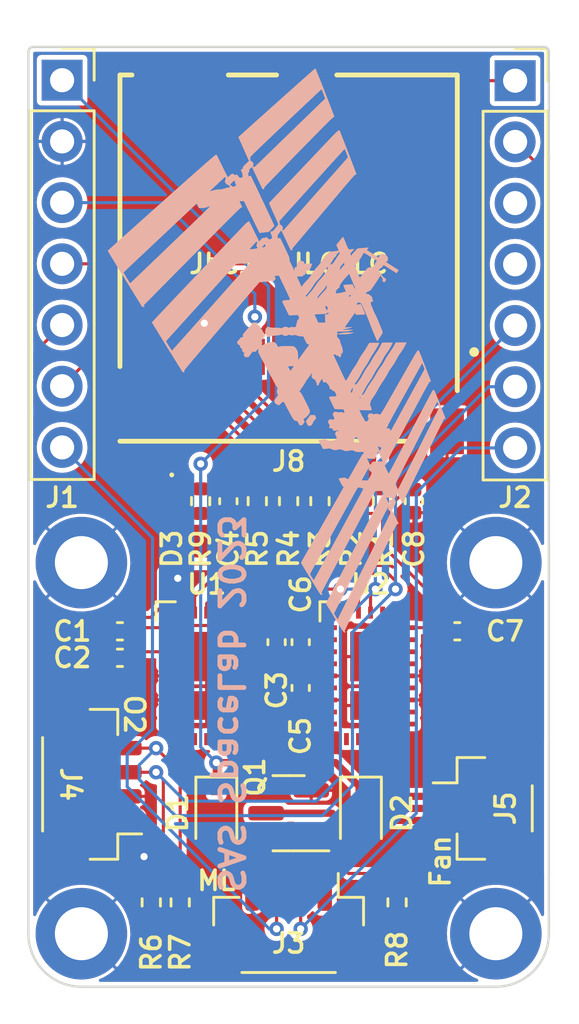
<source format=kicad_pcb>
(kicad_pcb (version 20221018) (generator pcbnew)
  (layers (0 "F.Cu" signal) (31 "B.Cu" signal) (34 "B.Paste" user) (35 "F.Paste" user) (36 "B.SilkS" user "B.Silkscreen") (37 "F.SilkS" user "F.Silkscreen") (38 "B.Mask" user) (39 "F.Mask" user) (44 "Edge.Cuts" user))
  (net 0 "")
  (net 1 "GND")
  (net 2 "/SDA")
  (net 3 "/SCL")
  (net 4 "+5V")
  (net 5 "+3.3V")
  (net 6 "Net-(D2-Pad2)")
  (net 7 "/MOSI")
  (net 8 "/MISO")
  (net 9 "/SCK")
  (net 10 "/TX")
  (net 11 "/D0")
  (net 12 "/D1")
  (net 13 "/P2")
  (net 20 "/P3")
  (net 21 "Net-(C2-Pad2)")
  (net 22 "/RX")
  (net 23 "Net-(C5-Pad2)")
  (net 24 "Net-(D1-Pad2)")
  (net 25 "Net-(J8-PadP1)")
  (net 26 "Net-(J8-PadP8)")
  (net 27 "Net-(D3-Pad2)")
  (footprint "MountingHole:MountingHole_2.2mm_M2_DIN965_Pad" (layer "F.Cu") (at -8.6 12.4)
    (fp_text reference "H1" hide)
    (fp_text value "M2")
    (pad "1" thru_hole circle (at 0 0) (size 3.8 3.8) (drill 2.2) (layers "*.Cu" "*.Mask") (net 1 "GND"))
  )
  (footprint "Connector_PinSocket_2.54mm:PinSocket_1x07_P2.54mm_Vertical" (layer "F.Cu") (at -9.4 -7.62)
    (fp_text reference "J1" (at 0 17.32) (layer "F.SilkS") (effects (font (size 0.8 0.8))))
    (fp_text value "XIAO_L")
    (pad "1" thru_hole rect (at 0 0) (size 1.7 1.7) (drill 1) (layers "*.Cu" "*.Mask") (net 4 "+5V"))
    (pad "2" thru_hole oval (at 0 2.54) (size 1.7 1.7) (drill 1) (layers "*.Cu" "*.Mask") (net 1 "GND"))
    (pad "3" thru_hole oval (at 0 5.08) (size 1.7 1.7) (drill 1) (layers "*.Cu" "*.Mask") (net 5 "+3.3V"))
    (pad "4" thru_hole oval (at 0 7.62) (size 1.7 1.7) (drill 1) (layers "*.Cu" "*.Mask") (net 7 "/MOSI"))
    (pad "5" thru_hole oval (at 0 10.16) (size 1.7 1.7) (drill 1) (layers "*.Cu" "*.Mask") (net 8 "/MISO"))
    (pad "6" thru_hole oval (at 0 12.7) (size 1.7 1.7) (drill 1) (layers "*.Cu" "*.Mask") (net 9 "/SCK"))
    (pad "7" thru_hole oval (at 0 15.24) (size 1.7 1.7) (drill 1) (layers "*.Cu" "*.Mask") (net 10 "/TX"))
  )
  (footprint "Connector_PinSocket_2.54mm:PinSocket_1x07_P2.54mm_Vertical" (layer "F.Cu") (at 9.4 -7.6)
    (fp_text reference "J2" (at 0 17.3) (layer "F.SilkS") (effects (font (size 0.8 0.8))))
    (fp_text value "XIAO_R")
    (pad "1" thru_hole rect (at 0 0) (size 1.7 1.7) (drill 1) (layers "*.Cu" "*.Mask") (net 11 "/D0"))
    (pad "2" thru_hole oval (at 0 2.54) (size 1.7 1.7) (drill 1) (layers "*.Cu" "*.Mask") (net 12 "/D1"))
    (pad "3" thru_hole oval (at 0 5.08) (size 1.7 1.7) (drill 1) (layers "*.Cu" "*.Mask") (net 13 "/P2"))
    (pad "4" thru_hole oval (at 0 7.62) (size 1.7 1.7) (drill 1) (layers "*.Cu" "*.Mask") (net 20 "/P3"))
    (pad "5" thru_hole oval (at 0 10.16) (size 1.7 1.7) (drill 1) (layers "*.Cu" "*.Mask") (net 2 "/SDA"))
    (pad "6" thru_hole oval (at 0 12.7) (size 1.7 1.7) (drill 1) (layers "*.Cu" "*.Mask") (net 3 "/SCL"))
    (pad "7" thru_hole oval (at 0 15.24) (size 1.7 1.7) (drill 1) (layers "*.Cu" "*.Mask") (net 22 "/RX"))
  )
  (footprint "USEQGSE:USEQGSE" (layer "F.Cu") (at -3.4 17.1)
    (fp_text reference "U1" (at 0 -3.8 unlocked) (layer "F.SilkS") (effects (font (size 0.8 0.8))))
    (fp_text value "USEQGSE CO2")
    (pad "1" smd rect (at -1.645 -2) (size 0.5 0.2) (layers "F.Cu" "F.Paste" "F.Mask") (net 5 "+3.3V"))
    (pad "2" smd rect (at -1.645 -1.5) (size 0.5 0.2) (layers "F.Cu" "F.Paste" "F.Mask"))
    (pad "3" smd rect (at -1.645 -1) (size 0.5 0.2) (layers "F.Cu" "F.Paste" "F.Mask") (net 21 "Net-(C2-Pad2)"))
    (pad "4" smd rect (at -1.645 -0.5) (size 0.5 0.2) (layers "F.Cu" "F.Paste" "F.Mask"))
    (pad "5" smd rect (at -1.645 0) (size 0.5 0.2) (layers "F.Cu" "F.Paste" "F.Mask") (net 1 "GND"))
    (pad "6" smd rect (at -1.645 0.5) (size 0.5 0.2) (layers "F.Cu" "F.Paste" "F.Mask"))
    (pad "7" smd rect (at -1.645 1) (size 0.5 0.2) (layers "F.Cu" "F.Paste" "F.Mask") (net 1 "GND"))
    (pad "8" smd rect (at -1.645 1.5) (size 0.5 0.2) (layers "F.Cu" "F.Paste" "F.Mask"))
    (pad "9" smd rect (at -1.645 2) (size 0.5 0.2) (layers "F.Cu" "F.Paste" "F.Mask"))
    (pad "10" smd rect (at -1 2.625 270) (size 0.5 0.2) (layers "F.Cu" "F.Paste" "F.Mask"))
    (pad "11" smd rect (at -0.5 2.625 270) (size 0.5 0.2) (layers "F.Cu" "F.Paste" "F.Mask"))
    (pad "12" smd rect (at 0 2.625 270) (size 0.5 0.2) (layers "F.Cu" "F.Paste" "F.Mask"))
    (pad "13" smd rect (at 0.5 2.625 270) (size 0.5 0.2) (layers "F.Cu" "F.Paste" "F.Mask"))
    (pad "14" smd rect (at 1 2.625 270) (size 0.5 0.2) (layers "F.Cu" "F.Paste" "F.Mask"))
    (pad "15" smd rect (at 1.645 2) (size 0.5 0.2) (layers "F.Cu" "F.Paste" "F.Mask"))
    (pad "16" smd rect (at 1.645 1.5) (size 0.5 0.2) (layers "F.Cu" "F.Paste" "F.Mask"))
    (pad "17" smd rect (at 1.645 1) (size 0.5 0.2) (layers "F.Cu" "F.Paste" "F.Mask") (net 1 "GND"))
    (pad "18" smd rect (at 1.645 0.5) (size 0.5 0.2) (layers "F.Cu" "F.Paste" "F.Mask"))
    (pad "19" smd rect (at 1.645 0) (size 0.5 0.2) (layers "F.Cu" "F.Paste" "F.Mask") (net 1 "GND"))
    (pad "20" smd rect (at 1.645 -0.5) (size 0.5 0.2) (layers "F.Cu" "F.Paste" "F.Mask"))
    (pad "21" smd rect (at 1.645 -1) (size 0.5 0.2) (layers "F.Cu" "F.Paste" "F.Mask"))
    (pad "22" smd rect (at 1.645 -1.5) (size 0.5 0.2) (layers "F.Cu" "F.Paste" "F.Mask"))
    (pad "23" smd rect (at 1.645 -2) (size 0.5 0.2) (layers "F.Cu" "F.Paste" "F.Mask") (net 5 "+3.3V"))
    (pad "24" smd rect (at 1 -2.625 270) (size 0.5 0.2) (layers "F.Cu" "F.Paste" "F.Mask"))
    (pad "25" smd rect (at 0.5 -2.625 270) (size 0.5 0.2) (layers "F.Cu" "F.Paste" "F.Mask"))
    (pad "26" smd rect (at 0 -2.625 270) (size 0.5 0.2) (layers "F.Cu" "F.Paste" "F.Mask") (net 2 "/SDA"))
    (pad "27" smd rect (at -0.5 -2.625 270) (size 0.5 0.2) (layers "F.Cu" "F.Paste" "F.Mask") (net 3 "/SCL"))
    (pad "28" smd rect (at -1 -2.625 270) (size 0.5 0.2) (layers "F.Cu" "F.Paste" "F.Mask") (net 1 "GND"))
    (pad "29" smd rect (at 0 -0.8 270) (size 2.05 1.69) (layers "F.Cu" "F.Paste" "F.Mask") (net 1 "GND"))
    (pad "30" smd rect (at 0 1.23 270) (size 1.19 1.69) (layers "F.Cu" "F.Paste" "F.Mask") (net 1 "GND"))
  )
  (footprint "Diode_SMD:D_SOD-323" (layer "F.Cu") (at 3 22.8 -90)
    (fp_text reference "D2" (at 0 -1.7 90) (layer "F.SilkS") (effects (font (size 0.8 0.8))))
    (fp_text value "D_Small")
    (pad "1" smd rect (at -1.05 0 270) (size 0.6 0.45) (layers "F.Cu" "F.Paste" "F.Mask") (net 4 "+5V"))
    (pad "2" smd rect (at 1.05 0 270) (size 0.6 0.45) (layers "F.Cu" "F.Paste" "F.Mask") (net 6 "Net-(D2-Pad2)"))
  )
  (footprint "Resistor_SMD:R_0402_1005Metric" (layer "F.Cu") (at 2.6 9.85 90)
    (fp_text reference "R2" (at -1.1 0 90) (layer "F.SilkS") (effects (font (size 0.8 0.8)) (justify right)))
    (fp_text value "50k")
    (pad "1" smd roundrect (at -0.51 0 90) (size 0.54 0.64) (layers "F.Cu" "F.Paste" "F.Mask") (net 5 "+3.3V"))
    (pad "2" smd roundrect (at 0.51 0 90) (size 0.54 0.64) (layers "F.Cu" "F.Paste" "F.Mask") (net 11 "/D0"))
  )
  (footprint "MountingHole:MountingHole_2.2mm_M2_DIN965_Pad" (layer "F.Cu") (at 8.6 12.4)
    (fp_text reference "H2" hide)
    (fp_text value "M2")
    (pad "1" thru_hole circle (at 0 0) (size 3.8 3.8) (drill 2.2) (layers "*.Cu" "*.Mask") (net 1 "GND"))
  )
  (footprint "Resistor_SMD:R_0402_1005Metric" (layer "F.Cu") (at 4.5 26.5 90)
    (fp_text reference "R8" (at -1.1 0 90) (layer "F.SilkS") (effects (font (size 0.8 0.8)) (justify right)))
    (fp_text value "10k")
    (pad "1" smd roundrect (at -0.51 0 90) (size 0.54 0.64) (layers "F.Cu" "F.Paste" "F.Mask") (net 1 "GND"))
    (pad "2" smd roundrect (at 0.51 0 90) (size 0.54 0.64) (layers "F.Cu" "F.Paste" "F.Mask") (net 12 "/D1"))
  )
  (footprint "LED_SMD:LED_0402_1005Metric" (layer "F.Cu") (at -4.85 9.85 -90)
    (fp_text reference "D3" (at 1.1 0 90) (layer "F.SilkS") (effects (font (size 0.8 0.8)) (justify right)))
    (fp_text value "PWR")
    (pad "1" smd roundrect (at -0.485 0 270) (size 0.59 0.64) (layers "F.Cu" "F.Paste" "F.Mask") (net 1 "GND"))
    (pad "2" smd roundrect (at 0.485 0 270) (size 0.59 0.64) (layers "F.Cu" "F.Paste" "F.Mask") (net 27 "Net-(D3-Pad2)"))
  )
  (footprint "Connector_JST:JST_SH_BM04B-SRSS-TB_1x04-1MP_P1.00mm_Vertical" (layer "F.Cu") (at 0 27.4 180)
    (fp_text reference "J3" (at 0 -0.8) (layer "F.SilkS") (effects (font (size 0.8 0.8))))
    (fp_text value "MicroLab")
    (pad "1" smd roundrect (at -1.5 1.325 180) (size 0.6 1.55) (layers "F.Cu" "F.Paste" "F.Mask") (net 24 "Net-(D1-Pad2)"))
    (pad "2" smd roundrect (at -0.5 1.325 180) (size 0.6 1.55) (layers "F.Cu" "F.Paste" "F.Mask") (net 22 "/RX"))
    (pad "3" smd roundrect (at 0.5 1.325 180) (size 0.6 1.55) (layers "F.Cu" "F.Paste" "F.Mask") (net 10 "/TX"))
    (pad "4" smd roundrect (at 1.5 1.325 180) (size 0.6 1.55) (layers "F.Cu" "F.Paste" "F.Mask") (net 1 "GND"))
    (pad "MP" smd roundrect (at -2.8 -1.2 180) (size 1.2 1.8) (layers "F.Cu" "F.Paste" "F.Mask") (roundrect_rratio 0.2083333333) (net 1 "GND"))
    (pad "MP" smd roundrect (at 2.8 -1.2 180) (size 1.2 1.8) (layers "F.Cu" "F.Paste" "F.Mask") (roundrect_rratio 0.2083333333) (net 1 "GND"))
  )
  (footprint "MountingHole:MountingHole_2.2mm_M2_DIN965_Pad" (layer "F.Cu") (at -8.6 27.8)
    (fp_text reference "H4" hide)
    (fp_text value "M2")
    (pad "1" thru_hole circle (at 0 0) (size 3.8 3.8) (drill 2.2) (layers "*.Cu" "*.Mask") (net 1 "GND"))
  )
  (footprint "Capacitor_SMD:C_0402_1005Metric" (layer "F.Cu") (at 5.2 9.85 90)
    (fp_text reference "C8" (at -1.1 0 90) (layer "F.SilkS") (effects (font (size 0.8 0.8)) (justify right)))
    (fp_text value "10uF")
    (pad "1" smd roundrect (at -0.48 0 90) (size 0.56 0.62) (layers "F.Cu" "F.Paste" "F.Mask") (net 1 "GND"))
    (pad "2" smd roundrect (at 0.48 0 90) (size 0.56 0.62) (layers "F.Cu" "F.Paste" "F.Mask") (net 5 "+3.3V"))
  )
  (footprint "Capacitor_SMD:C_0402_1005Metric" (layer "F.Cu") (at 7 15.25 180)
    (fp_text reference "C7" (at -1.1 0) (layer "F.SilkS") (effects (font (size 0.8 0.8)) (justify left)))
    (fp_text value "0.1uF")
    (pad "1" smd roundrect (at -0.48 0 180) (size 0.56 0.62) (layers "F.Cu" "F.Paste" "F.Mask") (net 1 "GND"))
    (pad "2" smd roundrect (at 0.48 0 180) (size 0.56 0.62) (layers "F.Cu" "F.Paste" "F.Mask") (net 5 "+3.3V"))
  )
  (footprint "SamacSys:MEM20510019500A" (layer "F.Cu") (at 0 0)
    (fp_text reference "J8" (at 0 8.2) (layer "F.SilkS") (effects (font (size 0.8 0.8))))
    (fp_text value "MEM2051-00-195-00-A" hide)
    (pad "MP1" smd rect (at -4.975 -7.199) (size 1.3 1.4) (layers "F.Cu" "F.Paste" "F.Mask") (net 1 "GND"))
    (pad "MP2" smd rect (at -3.585 -7.425 90) (size 0.95 1) (layers "F.Cu" "F.Paste" "F.Mask") (net 1 "GND"))
    (pad "MP3" smd rect (at 0.725 -7.199) (size 1.3 1.4) (layers "F.Cu" "F.Paste" "F.Mask") (net 1 "GND"))
    (pad "MP4" smd rect (at -6.575 5.95) (size 1.4 1.9) (layers "F.Cu" "F.Paste" "F.Mask") (net 1 "GND"))
    (pad "MP5" smd rect (at 6.575 6.95) (size 1.4 1.9) (layers "F.Cu" "F.Paste" "F.Mask") (net 1 "GND"))
    (pad "P1" smd rect (at 1.915 3.661) (size 0.8 1.5) (layers "F.Cu" "F.Paste" "F.Mask") (net 25 "Net-(J8-PadP1)"))
    (pad "P2" smd rect (at 0.815 3.261) (size 0.8 1.5) (layers "F.Cu" "F.Paste" "F.Mask") (net 11 "/D0"))
    (pad "P3" smd rect (at -0.285 3.661) (size 0.8 1.5) (layers "F.Cu" "F.Paste" "F.Mask") (net 7 "/MOSI"))
    (pad "P4" smd rect (at -1.385 3.861) (size 0.8 1.5) (layers "F.Cu" "F.Paste" "F.Mask") (net 5 "+3.3V"))
    (pad "P5" smd rect (at -2.485 3.661) (size 0.8 1.5) (layers "F.Cu" "F.Paste" "F.Mask") (net 9 "/SCK"))
    (pad "P6" smd rect (at -3.585 3.861) (size 0.8 1.5) (layers "F.Cu" "F.Paste" "F.Mask") (net 1 "GND"))
    (pad "P7" smd rect (at -4.685 3.661) (size 0.8 1.5) (layers "F.Cu" "F.Paste" "F.Mask") (net 8 "/MISO"))
    (pad "P8" smd rect (at -5.785 3.661) (size 0.8 1.5) (layers "F.Cu" "F.Paste" "F.Mask") (net 26 "Net-(J8-PadP8)"))
  )
  (footprint "Connector_JST:JST_SH_BM02B-SRSS-TB_1x02-1MP_P1.00mm_Vertical" (layer "F.Cu") (at 8.1 22.6 -90)
    (fp_text reference "J5" (at 0 -0.9 90) (layer "F.SilkS") (effects (font (size 0.8 0.8))))
    (fp_text value "Fan")
    (pad "1" smd roundrect (at -0.5 1.325 270) (size 0.6 1.55) (layers "F.Cu" "F.Paste" "F.Mask") (net 4 "+5V"))
    (pad "2" smd roundrect (at 0.5 1.325 270) (size 0.6 1.55) (layers "F.Cu" "F.Paste" "F.Mask") (net 6 "Net-(D2-Pad2)"))
    (pad "MP" smd roundrect (at -1.8 -1.2 270) (size 1.2 1.8) (layers "F.Cu" "F.Paste" "F.Mask") (roundrect_rratio 0.2083333333) (net 6 "Net-(D2-Pad2)"))
    (pad "MP" smd roundrect (at 1.8 -1.2 270) (size 1.2 1.8) (layers "F.Cu" "F.Paste" "F.Mask") (roundrect_rratio 0.2083333333) (net 6 "Net-(D2-Pad2)"))
  )
  (footprint "Capacitor_SMD:C_0402_1005Metric" (layer "F.Cu") (at 0.5 17.6 90)
    (fp_text reference "C5" (at -1.12 -0.01 90) (layer "F.SilkS") (effects (font (size 0.8 0.8)) (justify right)))
    (fp_text value "0.1uF")
    (pad "1" smd roundrect (at -0.48 0 90) (size 0.56 0.62) (layers "F.Cu" "F.Paste" "F.Mask") (net 1 "GND"))
    (pad "2" smd roundrect (at 0.48 0 90) (size 0.56 0.62) (layers "F.Cu" "F.Paste" "F.Mask") (net 23 "Net-(C5-Pad2)"))
  )
  (footprint "Package_TO_SOT_SMD:SOT-23" (layer "F.Cu") (at 0 22.8 180)
    (fp_text reference "Q1" (at 1.4 1.5 90) (layer "F.SilkS") (effects (font (size 0.8 0.8))))
    (fp_text value "NX7002BKR")
    (pad "1" smd roundrect (at -0.9375 -0.95 180) (size 1.475 0.6) (layers "F.Cu" "F.Paste" "F.Mask") (net 12 "/D1"))
    (pad "2" smd roundrect (at -0.9375 0.95 180) (size 1.475 0.6) (layers "F.Cu" "F.Paste" "F.Mask") (net 1 "GND"))
    (pad "3" smd roundrect (at 0.9375 0 180) (size 1.475 0.6) (layers "F.Cu" "F.Paste" "F.Mask") (net 6 "Net-(D2-Pad2)"))
  )
  (footprint "Resistor_SMD:R_0402_1005Metric" (layer "F.Cu") (at -1.3 9.85 90)
    (fp_text reference "R5" (at -1.1 0 90) (layer "F.SilkS") (effects (font (size 0.8 0.8)) (justify right)))
    (fp_text value "50k")
    (pad "1" smd roundrect (at -0.51 0 90) (size 0.54 0.64) (layers "F.Cu" "F.Paste" "F.Mask") (net 5 "+3.3V"))
    (pad "2" smd roundrect (at 0.51 0 90) (size 0.54 0.64) (layers "F.Cu" "F.Paste" "F.Mask") (net 26 "Net-(J8-PadP8)"))
  )
  (footprint "Capacitor_SMD:C_0402_1005Metric" (layer "F.Cu") (at -0.5 15.7 90)
    (fp_text reference "C3" (at -1.12 0 90) (layer "F.SilkS") (effects (font (size 0.8 0.8)) (justify right)))
    (fp_text value "0.1uF")
    (pad "1" smd roundrect (at -0.48 0 90) (size 0.56 0.62) (layers "F.Cu" "F.Paste" "F.Mask") (net 1 "GND"))
    (pad "2" smd roundrect (at 0.48 0 90) (size 0.56 0.62) (layers "F.Cu" "F.Paste" "F.Mask") (net 5 "+3.3V"))
  )
  (footprint "Diode_SMD:D_SOD-323" (layer "F.Cu") (at -3 22.8 -90)
    (fp_text reference "D1" (at 0 1.6 90 unlocked) (layer "F.SilkS") (effects (font (size 0.8 0.8))))
    (fp_text value "D_Small")
    (pad "1" smd rect (at -1.05 0 270) (size 0.6 0.45) (layers "F.Cu" "F.Paste" "F.Mask") (net 4 "+5V"))
    (pad "2" smd rect (at 1.05 0 270) (size 0.6 0.45) (layers "F.Cu" "F.Paste" "F.Mask") (net 24 "Net-(D1-Pad2)"))
  )
  (footprint "Resistor_SMD:R_0402_1005Metric" (layer "F.Cu") (at -4.5 26.5 -90)
    (fp_text reference "R7" (at 1.2 0 90) (layer "F.SilkS") (effects (font (size 0.8 0.8)) (justify right)))
    (fp_text value "10k")
    (pad "1" smd roundrect (at -0.51 0 270) (size 0.54 0.64) (layers "F.Cu" "F.Paste" "F.Mask") (net 3 "/SCL"))
    (pad "2" smd roundrect (at 0.51 0 270) (size 0.54 0.64) (layers "F.Cu" "F.Paste" "F.Mask") (net 5 "+3.3V"))
  )
  (footprint "Resistor_SMD:R_0402_1005Metric" (layer "F.Cu") (at -5.7 26.5 -90)
    (fp_text reference "R6" (at 1.2 0 90) (layer "F.SilkS") (effects (font (size 0.8 0.8)) (justify right)))
    (fp_text value "10k")
    (pad "1" smd roundrect (at -0.51 0 270) (size 0.54 0.64) (layers "F.Cu" "F.Paste" "F.Mask") (net 2 "/SDA"))
    (pad "2" smd roundrect (at 0.51 0 270) (size 0.54 0.64) (layers "F.Cu" "F.Paste" "F.Mask") (net 5 "+3.3V"))
  )
  (footprint "MountingHole:MountingHole_2.2mm_M2_DIN965_Pad" (layer "F.Cu") (at 8.6 27.8)
    (fp_text reference "H3" hide)
    (fp_text value "M2")
    (pad "1" thru_hole circle (at 0 0) (size 3.8 3.8) (drill 2.2) (layers "*.Cu" "*.Mask") (net 1 "GND"))
  )
  (footprint "Connector_JST:JST_SH_BM04B-SRSS-TB_1x04-1MP_P1.00mm_Vertical" (layer "F.Cu") (at -8.2 21.6 90)
    (fp_text reference "J4" (at 0 -0.85 270 unlocked) (layer "F.SilkS") (effects (font (size 0.8 0.8))))
    (fp_text value "O2 Sensor")
    (pad "1" smd roundrect (at -1.5 1.325 90) (size 0.6 1.55) (layers "F.Cu" "F.Paste" "F.Mask") (net 5 "+3.3V"))
    (pad "2" smd roundrect (at -0.5 1.325 90) (size 0.6 1.55) (layers "F.Cu" "F.Paste" "F.Mask") (net 1 "GND"))
    (pad "3" smd roundrect (at 0.5 1.325 90) (size 0.6 1.55) (layers "F.Cu" "F.Paste" "F.Mask") (net 2 "/SDA"))
    (pad "4" smd roundrect (at 1.5 1.325 90) (size 0.6 1.55) (layers "F.Cu" "F.Paste" "F.Mask") (net 3 "/SCL"))
    (pad "MP" smd roundrect (at -2.8 -1.2 90) (size 1.2 1.8) (layers "F.Cu" "F.Paste" "F.Mask") (roundrect_rratio 0.2083333333) (net 1 "GND"))
    (pad "MP" smd roundrect (at 2.8 -1.2 90) (size 1.2 1.8) (layers "F.Cu" "F.Paste" "F.Mask") (roundrect_rratio 0.2083333333) (net 1 "GND"))
  )
  (footprint "Resistor_SMD:R_0402_1005Metric" (layer "F.Cu") (at -3.65 9.85 90)
    (fp_text reference "R9" (at -1.1 0 90) (layer "F.SilkS") (effects (font (size 0.8 0.8)) (justify right)))
    (fp_text value "500")
    (pad "1" smd roundrect (at -0.51 0 90) (size 0.54 0.64) (layers "F.Cu" "F.Paste" "F.Mask") (net 27 "Net-(D3-Pad2)"))
    (pad "2" smd roundrect (at 0.51 0 90) (size 0.54 0.64) (layers "F.Cu" "F.Paste" "F.Mask") (net 4 "+5V"))
  )
  (footprint "Capacitor_SMD:C_0402_1005Metric" (layer "F.Cu") (at -7 15.25)
    (fp_text reference "C1" (at -1.1 0) (layer "F.SilkS") (effects (font (size 0.8 0.8)) (justify right)))
    (fp_text value "0.1uF")
    (pad "1" smd roundrect (at -0.48 0) (size 0.56 0.62) (layers "F.Cu" "F.Paste" "F.Mask") (net 1 "GND"))
    (pad "2" smd roundrect (at 0.48 0) (size 0.56 0.62) (layers "F.Cu" "F.Paste" "F.Mask") (net 5 "+3.3V"))
  )
  (footprint "Resistor_SMD:R_0402_1005Metric" (layer "F.Cu") (at 3.9 9.85 90)
    (fp_text reference "R1" (at -1.1 0 90) (layer "F.SilkS") (effects (font (size 0.8 0.8)) (justify right)))
    (fp_text value "50k")
    (pad "1" smd roundrect (at -0.51 0 90) (size 0.54 0.64) (layers "F.Cu" "F.Paste" "F.Mask") (net 5 "+3.3V"))
    (pad "2" smd roundrect (at 0.51 0 90) (size 0.54 0.64) (layers "F.Cu" "F.Paste" "F.Mask") (net 25 "Net-(J8-PadP1)"))
  )
  (footprint "Resistor_SMD:R_0402_1005Metric" (layer "F.Cu") (at 1.3 9.85 -90)
    (fp_text reference "R3" (at 1.1 0 90) (layer "F.SilkS") (effects (font (size 0.8 0.8)) (justify right)))
    (fp_text value "50k")
    (pad "1" smd roundrect (at -0.51 0 270) (size 0.54 0.64) (layers "F.Cu" "F.Paste" "F.Mask") (net 5 "+3.3V"))
    (pad "2" smd roundrect (at 0.51 0 270) (size 0.54 0.64) (layers "F.Cu" "F.Paste" "F.Mask") (net 7 "/MOSI"))
  )
  (footprint "Capacitor_SMD:C_0402_1005Metric" (layer "F.Cu") (at 0.5 15.7 90)
    (fp_text reference "C6" (at 1.1 0 90) (layer "F.SilkS") (effects (font (size 0.8 0.8)) (justify left)))
    (fp_text value "0.1uF")
    (pad "1" smd roundrect (at -0.48 0 90) (size 0.56 0.62) (layers "F.Cu" "F.Paste" "F.Mask") (net 1 "GND"))
    (pad "2" smd roundrect (at 0.48 0 90) (size 0.56 0.62) (layers "F.Cu" "F.Paste" "F.Mask") (net 5 "+3.3V"))
  )
  (footprint "USEQGSE:USEQGSE" (layer "F.Cu") (at 3.4 17.1)
    (fp_text reference "U2" (at 0 -3.8 unlocked) (layer "F.SilkS") (effects (font (size 0.8 0.8))))
    (fp_text value "USEQGSE CH4")
    (pad "1" smd rect (at -1.645 -2) (size 0.5 0.2) (layers "F.Cu" "F.Paste" "F.Mask") (net 5 "+3.3V"))
    (pad "2" smd rect (at -1.645 -1.5) (size 0.5 0.2) (layers "F.Cu" "F.Paste" "F.Mask"))
    (pad "3" smd rect (at -1.645 -1) (size 0.5 0.2) (layers "F.Cu" "F.Paste" "F.Mask") (net 23 "Net-(C5-Pad2)"))
    (pad "4" smd rect (at -1.645 -0.5) (size 0.5 0.2) (layers "F.Cu" "F.Paste" "F.Mask"))
    (pad "5" smd rect (at -1.645 0) (size 0.5 0.2) (layers "F.Cu" "F.Paste" "F.Mask") (net 1 "GND"))
    (pad "6" smd rect (at -1.645 0.5) (size 0.5 0.2) (layers "F.Cu" "F.Paste" "F.Mask"))
    (pad "7" smd rect (at -1.645 1) (size 0.5 0.2) (layers "F.Cu" "F.Paste" "F.Mask") (net 1 "GND"))
    (pad "8" smd rect (at -1.645 1.5) (size 0.5 0.2) (layers "F.Cu" "F.Paste" "F.Mask"))
    (pad "9" smd rect (at -1.645 2) (size 0.5 0.2) (layers "F.Cu" "F.Paste" "F.Mask"))
    (pad "10" smd rect (at -1 2.625 270) (size 0.5 0.2) (layers "F.Cu" "F.Paste" "F.Mask"))
    (pad "11" smd rect (at -0.5 2.625 270) (size 0.5 0.2) (layers "F.Cu" "F.Paste" "F.Mask"))
    (pad "12" smd rect (at 0 2.625 270) (size 0.5 0.2) (layers "F.Cu" "F.Paste" "F.Mask"))
    (pad "13" smd rect (at 0.5 2.625 270) (size 0.5 0.2) (layers "F.Cu" "F.Paste" "F.Mask"))
    (pad "14" smd rect (at 1 2.625 270) (size 0.5 0.2) (layers "F.Cu" "F.Paste" "F.Mask"))
    (pad "15" smd rect (at 1.645 2) (size 0.5 0.2) (layers "F.Cu" "F.Paste" "F.Mask"))
    (pad "16" smd rect (at 1.645 1.5) (size 0.5 0.2) (layers "F.Cu" "F.Paste" "F.Mask"))
    (pad "17" smd rect (at 1.645 1) (size 0.5 0.2) (layers "F.Cu" "F.Paste" "F.Mask") (net 1 "GND"))
    (pad "18" smd rect (at 1.645 0.5) (size 0.5 0.2) (layers "F.Cu" "F.Paste" "F.Mask"))
    (pad "19" smd rect (at 1.645 0) (size 0.5 0.2) (layers "F.Cu" "F.Paste" "F.Mask") (net 1 "GND"))
    (pad "20" smd rect (at 1.645 -0.5) (size 0.5 0.2) (layers "F.Cu" "F.Paste" "F.Mask"))
    (pad "21" smd rect (at 1.645 -1) (size 0.5 0.2) (layers "F.Cu" "F.Paste" "F.Mask"))
    (pad "22" smd rect (at 1.645 -1.5) (size 0.5 0.2) (layers "F.Cu" "F.Paste" "F.Mask"))
    (pad "23" smd rect (at 1.645 -2) (size 0.5 0.2) (layers "F.Cu" "F.Paste" "F.Mask") (net 5 "+3.3V"))
    (pad "24" smd rect (at 1 -2.625 270) (size 0.5 0.2) (layers "F.Cu" "F.Paste" "F.Mask"))
    (pad "25" smd rect (at 0.5 -2.625 270) (size 0.5 0.2) (layers "F.Cu" "F.Paste" "F.Mask"))
    (pad "26" smd rect (at 0 -2.625 270) (size 0.5 0.2) (layers "F.Cu" "F.Paste" "F.Mask") (net 2 "/SDA"))
    (pad "27" smd rect (at -0.5 -2.625 270) (size 0.5 0.2) (layers "F.Cu" "F.Paste" "F.Mask") (net 3 "/SCL"))
    (pad "28" smd rect (at -1 -2.625 270) (size 0.5 0.2) (layers "F.Cu" "F.Paste" "F.Mask") (net 1 "GND"))
    (pad "29" smd rect (at 0 -0.8 270) (size 2.05 1.69) (layers "F.Cu" "F.Paste" "F.Mask") (net 1 "GND"))
    (pad "30" smd rect (at 0 1.23 270) (size 1.19 1.69) (layers "F.Cu" "F.Paste" "F.Mask") (net 1 "GND"))
  )
  (footprint "Capacitor_SMD:C_0402_1005Metric" (layer "F.Cu") (at -7 16.35)
    (fp_text reference "C2" (at -1.1 0) (layer "F.SilkS") (effects (font (size 0.8 0.8)) (justify right)))
    (fp_text value "0.1uF")
    (pad "1" smd roundrect (at -0.48 0) (size 0.56 0.62) (layers "F.Cu" "F.Paste" "F.Mask") (net 1 "GND"))
    (pad "2" smd roundrect (at 0.48 0) (size 0.56 0.62) (layers "F.Cu" "F.Paste" "F.Mask") (net 21 "Net-(C2-Pad2)"))
  )
  (footprint "Capacitor_SMD:C_0402_1005Metric" (layer "F.Cu") (at -2.5 9.85 -90)
    (fp_text reference "C4" (at 1.1 0 90) (layer "F.SilkS") (effects (font (size 0.8 0.8)) (justify right)))
    (fp_text value "10uF")
    (pad "1" smd roundrect (at -0.48 0 270) (size 0.56 0.62) (layers "F.Cu" "F.Paste" "F.Mask") (net 1 "GND"))
    (pad "2" smd roundrect (at 0.48 0 270) (size 0.56 0.62) (layers "F.Cu" "F.Paste" "F.Mask") (net 5 "+3.3V"))
  )
  (footprint "Resistor_SMD:R_0402_1005Metric" (layer "F.Cu") (at 0 9.85 90)
    (fp_text reference "R4" (at -1.1 0 90) (layer "F.SilkS") (effects (font (size 0.8 0.8)) (justify right)))
    (fp_text value "50k")
    (pad "1" smd roundrect (at -0.51 0 90) (size 0.54 0.64) (layers "F.Cu" "F.Paste" "F.Mask") (net 5 "+3.3V"))
    (pad "2" smd roundrect (at 0.51 0 90) (size 0.54 0.64) (layers "F.Cu" "F.Paste" "F.Mask") (net 8 "/MISO"))
  )
  (footprint "LOGO" (layer "B.Cu") (at -0.5 3.6 90)
    (fp_text reference "G***" hide)
    (fp_text value "LOGO" hide)
  )
  (gr_line (start 10.8 -8.8) (end 10.8 27.8) (stroke (width 0.1)) (layer "Edge.Cuts"))
  (gr_arc (start -10.8 -8.8) (mid -10.741421 -8.941421) (end -10.6 -9) (stroke (width 0.1)) (layer "Edge.Cuts"))
  (gr_arc (start 10.8 27.8) (mid 10.155635 29.355635) (end 8.6 30) (stroke (width 0.1)) (layer "Edge.Cuts"))
  (gr_line (start 8.6 30) (end -8.6 30) (stroke (width 0.1)) (layer "Edge.Cuts"))
  (gr_line (start -10.8 27.8) (end -10.8 -8.8) (stroke (width 0.1)) (layer "Edge.Cuts"))
  (gr_arc (start 10.6 -9) (mid 10.741421 -8.941421) (end 10.8 -8.8) (stroke (width 0.1)) (layer "Edge.Cuts"))
  (gr_arc (start -8.6 30) (mid -10.155635 29.355635) (end -10.8 27.8) (stroke (width 0.1)) (layer "Edge.Cuts"))
  (gr_line (start -10.6 -9) (end 10.6 -9) (stroke (width 0.1)) (layer "Edge.Cuts"))
  (gr_text "SAS SpaceLab 2023" (at -2.4 26.2 270) (layer "B.SilkS") (effects (font (size 1 1.03) (thickness 0.2)) (justify left mirror)))
  (gr_text "JLCJLCJLCJLC" (at 0 0) (layer "F.SilkS") (effects (font (size 0.8 0.8))))
  (gr_text "ML" (at -3 25.6) (layer "F.SilkS") (effects (font (size 0.8 0.8))))
  (gr_text "Fan" (at 6.3 24.8 90) (layer "F.SilkS") (effects (font (size 0.8 0.8))))
  (gr_text "O2" (at -6.4 18.7 270) (layer "F.SilkS") (effects (font (size 0.8 0.8))))
  (segment (start -3.585 3.861) (end -3.585 2.5495) (width 0.13) (layer "F.Cu") (net 1))
  (segment (start -3.585 2.5495) (end -3.5 2.4645) (width 0.13) (layer "F.Cu") (net 1))
  (segment (start -4.4 14.475) (end -4.4 13.75) (width 0.13) (layer "F.Cu") (net 1))
  (segment (start -6.875 22.1) (end -6.513101 22.1) (width 0.13) (layer "F.Cu") (net 1))
  (segment (start -4.6 13.05) (end -4.6 13.55) (width 0.13) (layer "F.Cu") (net 1))
  (segment (start -4.6 13.55) (end -4.4 13.75) (width 0.13) (layer "F.Cu") (net 1))
  (via (at -6 24.6) (size 0.6) (drill 0.3) (layers "F.Cu" "B.Cu") (net 1))
  (via (at -3.5 2.4645) (size 0.6) (drill 0.3) (layers "F.Cu" "B.Cu") (net 1))
  (via (at -4.6 13.05) (size 0.6) (drill 0.3) (layers "F.Cu" "B.Cu") (net 1))
  (segment (start 3.4 13.7) (end 3.6 13.5) (width 0.13) (layer "F.Cu") (net 2))
  (segment (start -5.2 25.49) (end -5.7 25.99) (width 0.13) (layer "F.Cu") (net 2))
  (segment (start -5.5 21.1) (end -5.2 21.4) (width 0.13) (layer "F.Cu") (net 2))
  (segment (start -5.2 21.4) (end -5.2 25.49) (width 0.13) (layer "F.Cu") (net 2))
  (segment (start -3.4 14.475) (end -3.4 14.095) (width 0.13) (layer "F.Cu") (net 2))
  (segment (start -2.805 13.5) (end 2.15 13.5) (width 0.13) (layer "F.Cu") (net 2))
  (segment (start 3.4 14.475) (end 3.4 13.7) (width 0.13) (layer "F.Cu") (net 2))
  (segment (start -6.875 21.1) (end -5.5 21.1) (width 0.13) (layer "F.Cu") (net 2))
  (segment (start -3.4 14.095) (end -2.805 13.5) (width 0.13) (layer "F.Cu") (net 2))
  (via (at 2.15 13.5) (size 0.6) (drill 0.3) (layers "F.Cu" "B.Cu") (net 2))
  (via (at -5.5 21.1) (size 0.6) (drill 0.3) (layers "F.Cu" "B.Cu") (net 2))
  (via (at 3.6 13.5) (size 0.6) (drill 0.3) (layers "F.Cu" "B.Cu") (net 2))
  (segment (start 2.15 21.3) (end 1.15 22.3) (width 0.13) (layer "B.Cu") (net 2))
  (segment (start -5.5 21.1) (end -4.3 22.3) (width 0.13) (layer "B.Cu") (net 2))
  (segment (start 2.15 15.3) (end 2.15 21.3) (width 0.13) (layer "B.Cu") (net 2))
  (segment (start 3.6 8.36) (end 3.6 13.5) (width 0.13) (layer "B.Cu") (net 2))
  (segment (start 2.15 14.95) (end 2.15 15.3) (width 0.13) (layer "B.Cu") (net 2))
  (segment (start 2.15 13.5) (end 3.6 13.5) (width 0.13) (layer "B.Cu") (net 2))
  (segment (start 3.6 13.5) (end 2.15 14.95) (width 0.13) (layer "B.Cu") (net 2))
  (segment (start 9.4 2.56) (end 3.6 8.36) (width 0.13) (layer "B.Cu") (net 2))
  (segment (start -4.3 22.3) (end 1.15 22.3) (width 0.13) (layer "B.Cu") (net 2))
  (segment (start -3.9 13.8) (end -2.95 12.85) (width 0.13) (layer "F.Cu") (net 3))
  (segment (start 2.9 13.175) (end 3.225 12.85) (width 0.13) (layer "F.Cu") (net 3))
  (segment (start 4.4355 13.1605) (end 4.4355 13.5) (width 0.13) (layer "F.Cu") (net 3))
  (segment (start 2.9 14.475) (end 2.9 13.175) (width 0.13) (layer "F.Cu") (net 3))
  (segment (start -5.5 20.1) (end -4.5 21.1) (width 0.13) (layer "F.Cu") (net 3))
  (segment (start -3.9 14.475) (end -3.9 13.8) (width 0.13) (layer "F.Cu") (net 3))
  (segment (start -6.875 20.1) (end -5.5 20.1) (width 0.13) (layer "F.Cu") (net 3))
  (segment (start 4.125 12.85) (end 4.4355 13.1605) (width 0.13) (layer "F.Cu") (net 3))
  (segment (start 3.7 12.85) (end 4.125 12.85) (width 0.13) (layer "F.Cu") (net 3))
  (segment (start -2.95 12.85) (end 3.7 12.85) (width 0.13) (layer "F.Cu") (net 3))
  (segment (start 3.225 12.85) (end 3.7 12.85) (width 0.13) (layer "F.Cu") (net 3))
  (segment (start -4.5 21.1) (end -4.5 25.99) (width 0.13) (layer "F.Cu") (net 3))
  (via (at -5.5 20.1) (size 0.6) (drill 0.3) (layers "F.Cu" "B.Cu") (net 3))
  (via (at 4.4355 13.5) (size 0.6) (drill 0.3) (layers "F.Cu" "B.Cu") (net 3))
  (segment (start -6.2 21.4) (end -4.7 22.9) (width 0.13) (layer "B.Cu") (net 3))
  (segment (start 9.4 5.1) (end 8.3 5.1) (width 0.13) (layer "B.Cu") (net 3))
  (segment (start 4.4355 8.9645) (end 4.4355 13.5) (width 0.13) (layer "B.Cu") (net 3))
  (segment (start 2.65 15.2855) (end 4.4355 13.5) (width 0.13) (layer "B.Cu") (net 3))
  (segment (start 2.65 21.65) (end 2.65 15.2855) (width 0.13) (layer "B.Cu") (net 3))
  (segment (start -6.2 20.8) (end -6.2 21.4) (width 0.13) (layer "B.Cu") (net 3))
  (segment (start 1.4 22.9) (end 2.65 21.65) (width 0.13) (layer "B.Cu") (net 3))
  (segment (start -5.5 20.1) (end -6.2 20.8) (width 0.13) (layer "B.Cu") (net 3))
  (segment (start -4.7 22.9) (end 1.4 22.9) (width 0.13) (layer "B.Cu") (net 3))
  (segment (start 8.3 5.1) (end 4.4355 8.9645) (width 0.13) (layer "B.Cu") (net 3))
  (segment (start 3.35 22.1) (end 3 21.75) (width 0.3) (layer "F.Cu") (net 4))
  (segment (start -3.65 9.34) (end -3.65 8.3) (width 0.13) (layer "F.Cu") (net 4))
  (segment (start 6.775 22.1) (end 3.35 22.1) (width 0.3) (layer "F.Cu") (net 4))
  (segment (start -3 21.75) (end -3 20.7) (width 0.3) (layer "F.Cu") (net 4))
  (segment (start 1.95 20.7) (end -3 20.7) (width 0.3) (layer "F.Cu") (net 4))
  (segment (start 1.95 20.7) (end 3 21.75) (width 0.3) (layer "F.Cu") (net 4))
  (via (at -3 20.7) (size 0.6) (drill 0.3) (layers "F.Cu" "B.Cu") (net 4))
  (via (at -3.65 8.3) (size 0.6) (drill 0.3) (layers "F.Cu" "B.Cu") (net 4))
  (segment (start -0.835 5.485) (end -0.835 0.945) (width 0.13) (layer "B.Cu") (net 4))
  (segment (start -3 20.7) (end -3.65 20.05) (width 0.13) (layer "B.Cu") (net 4))
  (segment (start -3.65 20.05) (end -3.65 20) (width 0.13) (layer "B.Cu") (net 4))
  (segment (start -3.65 8.3) (end -0.835 5.485) (width 0.13) (layer "B.Cu") (net 4))
  (segment (start -0.835 0.945) (end -9.4 -7.62) (width 0.13) (layer "B.Cu") (net 4))
  (segment (start -3.65 8.3) (end -3.65 20) (width 0.13) (layer "B.Cu") (net 4))
  (segment (start -1.385 3.861) (end -1.385 5.39) (width 0.13) (layer "F.Cu") (net 5))
  (segment (start -5.85 15.1) (end -6.37 15.1) (width 0.13) (layer "F.Cu") (net 5))
  (segment (start -1.385 5.39) (end 1.3 8.075) (width 0.13) (layer "F.Cu") (net 5))
  (segment (start -6.875 23.1) (end -6.875 25.835) (width 0.13) (layer "F.Cu") (net 5))
  (segment (start -4.5 12.45) (end -4.85 12.45) (width 0.13) (layer "F.Cu") (net 5))
  (segment (start 5.045 15.1) (end 6.37 15.1) (width 0.13) (layer "F.Cu") (net 5))
  (segment (start 0.62 15.1) (end 1.755 15.1) (width 0.13) (layer "F.Cu") (net 5))
  (segment (start 0 10.36) (end 0.54 10.9) (width 0.13) (layer "F.Cu") (net 5))
  (segment (start 6.37 15.1) (end 6.52 15.25) (width 0.13) (layer "F.Cu") (net 5))
  (segment (start -4.55 15.1) (end -5.045 15.1) (width 0.13) (layer "F.Cu") (net 5))
  (segment (start -4.85 12.45) (end -5.2 12.8) (width 0.13) (layer "F.Cu") (net 5))
  (segment (start 0.5 15.22) (end 0.62 15.1) (width 0.13) (layer "F.Cu") (net 5))
  (segment (start -6.37 15.1) (end -6.52 15.25) (width 0.13) (layer "F.Cu") (net 5))
  (segment (start -4.46 15.01) (end -4.55 15.1) (width 0.13) (layer "F.Cu") (net 5))
  (segment (start -1.385 2.215) (end -1.4 2.2) (width 0.13) (layer "F.Cu") (net 5))
  (segment (start -4.5 27.01) (end -5.7 27.01) (width 0.13) (layer "F.Cu") (net 5))
  (segment (start 0.54 10.9) (end 2.06 10.9) (width 0.13) (layer "F.Cu") (net 5))
  (segment (start 5.2 9.37) (end 4.89 9.37) (width 0.13) (layer "F.Cu") (net 5))
  (segment (start -6.52 14.855) (end -6.7 14.675) (width 0.13) (layer "F.Cu") (net 5))
  (segment (start -5.045 15.1) (end -5.85 15.1) (width 0.13) (layer "F.Cu") (net 5))
  (segment (start -3.05 12.45) (end -4.5 12.45) (width 0.13) (layer "F.Cu") (net 5))
  (segment (start -7.236899 23.1) (end -6.875 23.1) (width 0.13) (layer "F.Cu") (net 5))
  (segment (start -2.34 15.01) (end -4.46 15.01) (width 0.13) (layer "F.Cu") (net 5))
  (segment (start -0.5 15.22) (end -0.62 15.1) (width 0.13) (layer "F.Cu") (net 5))
  (segment (start -6.7 14.675) (end -5.725 14.675) (width 0.13) (layer "F.Cu") (net 5))
  (segment (start -6.875 25.835) (end -5.7 27.01) (width 0.13) (layer "F.Cu") (net 5))
  (segment (start -5.725 14.675) (end -5.2 14.15) (width 0.13) (layer "F.Cu") (net 5))
  (segment (start -2.5 10.33) (end -1.33 10.33) (width 0.13) (layer "F.Cu") (net 5))
  (segment (start -1.3 10.36) (end 0 10.36) (width 0.13) (layer "F.Cu") (net 5))
  (segment (start -6.52 15.25) (end -6.52 14.855) (width 0.13) (layer "F.Cu") (net 5))
  (segment (start 6.52 14.32) (end 6.52 15.25) (width 0.13) (layer "F.Cu") (net 5))
  (segment (start -8.025 14.912244) (end -8.025 22.311899) (width 0.13) (layer "F.Cu") (net 5))
  (segment (start -1.755 15.1) (end -2.25 15.1) (width 0.13) (layer "F.Cu") (net 5))
  (segment (start -2.25 15.1) (end -2.34 15.01) (width 0.13) (layer "F.Cu") (net 5))
  (segment (start -1.33 10.33) (end -1.3 10.36) (width 0.13) (layer "F.Cu") (net 5))
  (segment (start -3 12.4) (end -3.05 12.45) (width 0.13) (layer "F.Cu") (net 5))
  (segment (start 1.3 8.075) (end 1.3 9.34) (width 0.13) (layer "F.Cu") (net 5))
  (segment (start 3.9 11.7) (end 6.52 14.32) (width 0.13) (layer "F.Cu") (net 5))
  (segment (start -6.7 14.675) (end -7.787756 14.675) (width 0.13) (layer "F.Cu") (net 5))
  (segment (start -8.025 22.311899) (end -7.236899 23.1) (width 0.13) (layer "F.Cu") (net 5))
  (segment (start 1.02 9.34) (end 0 10.36) (width 0.13) (layer "F.Cu") (net 5))
  (segment (start -2.5 10.33) (end -2.5 11.1) (width 0.13) (layer "F.Cu") (net 5))
  (segment (start -2.5 11.1) (end -2.5 11.9) (width 0.13) (layer "F.Cu") (net 5))
  (segment (start 4.89 9.37) (end 3.9 10.36) (width 0.13) (layer "F.Cu") (net 5))
  (segment (start 3.9 10.36) (end 3.9 11.7) (width 0.13) (layer "F.Cu") (net 5))
  (segment (start -5.2 12.8) (end -5.2 14.1) (width 0.13) (layer "F.Cu") (net 5))
  (segment (start 2.6 10.36) (end 3.9 10.36) (width 0.13) (layer "F.Cu") (net 5))
  (segment (start -7.787756 14.675) (end -8.025 14.912244) (width 0.13) (layer "F.Cu") (net 5))
  (segment (start 2.06 10.9) (end 2.6 10.36) (width 0.13) (layer "F.Cu") (net 5))
  (segment (start 0.5 15.22) (end -0.5 15.22) (width 0.13) (layer "F.Cu") (net 5))
  (segment (start -0.62 15.1) (end -1.755 15.1) (width 0.13) (layer "F.Cu") (net 5))
  (segment (start 1.3 9.34) (end 1.02 9.34) (width 0.13) (layer "F.Cu") (net 5))
  (segment (start -5.2 14.1) (end -5.2 14.15) (width 0.13) (layer "F.Cu") (net 5))
  (segment (start -2.5 11.9) (end -3 12.4) (width 0.13) (layer "F.Cu") (net 5))
  (segment (start -1.385 3.861) (end -1.385 2.215) (width 0.13) (layer "F.Cu") (net 5))
  (via (at -1.4 2.2) (size 0.6) (drill 0.3) (layers "F.Cu" "B.Cu") (net 5))
  (segment (start -1.4 2.2) (end -1.4 1.25) (width 0.13) (layer "B.Cu") (net 5))
  (segment (start -5.19 -2.54) (end -9.4 -2.54) (width 0.13) (layer "B.Cu") (net 5))
  (segment (start -1.4 1.25) (end -5.19 -2.54) (width 0.13) (layer "B.Cu") (net 5))
  (segment (start 1.8 22.8) (end 2.1 23.1) (width 0.3) (layer "F.Cu") (net 6))
  (segment (start 3.75 23.1) (end 3.675 23.175) (width 0.3) (layer "F.Cu") (net 6))
  (segment (start 4.2 23.1) (end 3.75 23.1) (width 0.3) (layer "F.Cu") (net 6))
  (segment (start 3.675 23.175) (end 3 23.85) (width 0.3) (layer "F.Cu") (net 6))
  (segment (start 2.1 23.1) (end 4.2 23.1) (width 0.3) (layer "F.Cu") (net 6))
  (segment (start -0.9375 22.8) (end 1.8 22.8) (width 0.3) (layer "F.Cu") (net 6))
  (segment (start 6.775 23.1) (end 8.5 23.1) (width 0.3) (layer "F.Cu") (net 6))
  (segment (start 8.5 23.1) (end 9.3 22.3) (width 0.3) (layer "F.Cu") (net 6))
  (segment (start 9.3 20.8) (end 9.3 22.3) (width 0.3) (layer "F.Cu") (net 6))
  (segment (start 6.775 23.1) (end 4.2 23.1) (width 0.3) (layer "F.Cu") (net 6))
  (segment (start 9.3 22.3) (end 9.3 24.4) (width 0.3) (layer "F.Cu") (net 6))
  (segment (start -9.4 0) (end -1.2 0) (width 0.13) (layer "F.Cu") (net 7))
  (segment (start -0.285 5.315) (end 1.95 7.55) (width 0.13) (layer "F.Cu") (net 7))
  (segment (start -1.2 0) (end -0.285 0.915) (width 0.13) (layer "F.Cu") (net 7))
  (segment (start -0.285 3.661) (end -0.285 5.315) (width 0.13) (layer "F.Cu") (net 7))
  (segment (start 1.54 10.36) (end 1.3 10.36) (width 0.13) (layer "F.Cu") (net 7))
  (segment (start 1.95 9.95) (end 1.54 10.36) (width 0.13) (layer "F.Cu") (net 7))
  (segment (start 1.95 7.55) (end 1.95 9.95) (width 0.13) (layer "F.Cu") (net 7))
  (segment (start -0.285 0.915) (end -0.285 3.661) (width 0.13) (layer "F.Cu") (net 7))
  (segment (start -4.685 2.815) (end -5 2.5) (width 0.13) (layer "F.Cu") (net 8))
  (segment (start -4.685 4.815) (end -4.685 3.661) (width 0.13) (layer "F.Cu") (net 8))
  (segment (start -6.3 2.5) (end -8.175 4.375) (width 0.13) (layer "F.Cu") (net 8))
  (segment (start -8.175 4.375) (end -8.175 5.525) (width 0.13) (layer "F.Cu") (net 8))
  (segment (start -9.4 2.54) (end -10.535 3.675) (width 0.13) (layer "F.Cu") (net 8))
  (segment (start -9 6.35) (end -8.175 5.525) (width 0.13) (layer "F.Cu") (net 8))
  (segment (start -4.685 3.661) (end -4.685 2.815) (width 0.13) (layer "F.Cu") (net 8))
  (segment (start -4.48 5.02) (end -4.685 4.815) (width 0.13) (layer "F.Cu") (net 8))
  (segment (start 0 7.91669) (end -2.89669 5.02) (width 0.13) (layer "F.Cu") (net 8))
  (segment (start -10.535 5.865) (end -10.05 6.35) (width 0.13) (layer "F.Cu") (net 8))
  (segment (start -10.05 6.35) (end -9 6.35) (width 0.13) (layer "F.Cu") (net 8))
  (segment (start 0 9.34) (end 0 7.91669) (width 0.13) (layer "F.Cu") (net 8))
  (segment (start -2.89669 5.02) (end -4.48 5.02) (width 0.13) (layer "F.Cu") (net 8))
  (segment (start -10.535 3.675) (end -10.535 5.865) (width 0.13) (layer "F.Cu") (net 8))
  (segment (start -5 2.5) (end -6.3 2.5) (width 0.13) (layer "F.Cu") (net 8))
  (segment (start -2.9 1.9) (end -2.485 2.315) (width 0.13) (layer "F.Cu") (net 9))
  (segment (start -9.4 5.08) (end -6.22 1.9) (width 0.13) (layer "F.Cu") (net 9))
  (segment (start -2.485 2.315) (end -2.485 3.661) (width 0.13) (layer "F.Cu") (net 9))
  (segment (start -6.22 1.9) (end -2.9 1.9) (width 0.13) (layer "F.Cu") (net 9))
  (segment (start -0.5 26.075) (end -0.5 27.6) (width 0.13) (layer "F.Cu") (net 10))
  (via (at -0.5 27.6) (size 0.6) (drill 0.3) (layers "F.Cu" "B.Cu") (net 10))
  (segment (start -6.7 20.35) (end -6.7 21.7) (width 0.13) (layer "B.Cu") (net 10))
  (segment (start -6.7 21.7) (end -0.8 27.6) (width 0.13) (layer "B.Cu") (net 10))
  (segment (start -5.65 11.37) (end -5.65 19.3) (width 0.13) (layer "B.Cu") (net 10))
  (segment (start -0.8 27.6) (end -0.5 27.6) (width 0.13) (layer "B.Cu") (net 10))
  (segment (start -5.65 19.3) (end -6.7 20.35) (width 0.13) (layer "B.Cu") (net 10))
  (segment (start -5.65 11.37) (end -9.4 7.62) (width 0.13) (layer "B.Cu") (net 10))
  (segment (start 0.815 3.261) (end 0.815 5.365) (width 0.13) (layer "F.Cu") (net 11))
  (segment (start 3.8 -7.6) (end 0.815 -4.615) (width 0.13) (layer "F.Cu") (net 11))
  (segment (start 0.815 -4.615) (end 0.815 3.261) (width 0.13) (layer "F.Cu") (net 11))
  (segment (start 2.6 7.15) (end 2.6 9.34) (width 0.13) (layer "F.Cu") (net 11))
  (segment (start 0.815 5.365) (end 2.6 7.15) (width 0.13) (layer "F.Cu") (net 11))
  (segment (start 9.4 -7.6) (end 3.8 -7.6) (width 0.13) (layer "F.Cu") (net 11))
  (segment (start 8.025 14.886773) (end 8.025 17.695) (width 0.13) (layer "F.Cu") (net 12))
  (segment (start 10.12832 25.3) (end 4.7 25.3) (width 0.13) (layer "F.Cu") (net 12))
  (segment (start 0.9375 23.75) (end 2.36875 25.18125) (width 0.13) (layer "F.Cu") (net 12))
  (segment (start 4.5 25.99) (end 4.5 25.5) (width 0.13) (layer "F.Cu") (net 12))
  (segment (start 10 9.25) (end 10 9.3) (width 0.13) (layer "F.Cu") (net 12))
  (segment (start 4.7 25.3) (end 2.4875 25.3) (width 0.13) (layer "F.Cu") (net 12))
  (segment (start 10.465 20.135) (end 10.465 24.96332) (width 0.13) (layer "F.Cu") (net 12))
  (segment (start 10.515 8.735) (end 10 9.25) (width 0.13) (layer "F.Cu") (net 12))
  (segment (start 9.1 10.2) (end 7.738228 10.2) (width 0.13) (layer "F.Cu") (net 12))
  (segment (start 10.465 24.96332) (end 10.12832 25.3) (width 0.13) (layer "F.Cu") (net 12))
  (segment (start 6.435 11.503227) (end 6.435 13.296773) (width 0.13) (layer "F.Cu") (net 12))
  (segment (start 10.515 -3.945) (end 10.515 8.735) (width 0.13) (layer "F.Cu") (net 12))
  (segment (start 7.738228 10.2) (end 6.435 11.503227) (width 0.13) (layer "F.Cu") (net 12))
  (segment (start 10 9.3) (end 9.1 10.2) (width 0.13) (layer "F.Cu") (net 12))
  (segment (start 6.435 13.296773) (end 8.025 14.886773) (width 0.13) (layer "F.Cu") (net 12))
  (segment (start 9.4 -5.06) (end 10.515 -3.945) (width 0.13) (layer "F.Cu") (net 12))
  (segment (start 8.025 17.695) (end 10.465 20.135) (width 0.13) (layer "F.Cu") (net 12))
  (segment (start 2.4875 25.3) (end 2.36875 25.18125) (width 0.13) (layer "F.Cu") (net 12))
  (segment (start 4.5 25.5) (end 4.7 25.3) (width 0.13) (layer "F.Cu") (net 12))
  (segment (start -5.045 16.1) (end -6.27 16.1) (width 0.13) (layer "F.Cu") (net 21))
  (segment (start -6.27 16.1) (end -6.52 16.35) (width 0.13) (layer "F.Cu") (net 21))
  (segment (start 0.5 26.075) (end 0.5 27.6) (width 0.13) (layer "F.Cu") (net 22))
  (via (at 0.5 27.6) (size 0.6) (drill 0.3) (layers "F.Cu" "B.Cu") (net 22))
  (segment (start 9.4 7.64) (end 7.16 7.64) (width 0.13) (layer "B.Cu") (net 22))
  (segment (start 5.3 9.5) (end 5.3 22.8) (width 0.13) (layer "B.Cu") (net 22))
  (segment (start 5.3 22.8) (end 0.5 27.6) (width 0.13) (layer "B.Cu") (net 22))
  (segment (start 7.16 7.64) (end 5.3 9.5) (width 0.13) (layer "B.Cu") (net 22))
  (segment (start 1.15 16.9) (end 1.15 16.3) (width 0.13) (layer "F.Cu") (net 23))
  (segment (start 0.5 17.12) (end 0.93 17.12) (width 0.13) (layer "F.Cu") (net 23))
  (segment (start 0.93 17.12) (end 1.15 16.9) (width 0.13) (layer "F.Cu") (net 23))
  (segment (start 1.35 16.1) (end 1.15 16.3) (width 0.13) (layer "F.Cu") (net 23))
  (segment (start 1.755 16.1) (end 1.35 16.1) (width 0.13) (layer "F.Cu") (net 23))
  (segment (start -2.7 24.7) (end -3 24.4) (width 0.3) (layer "F.Cu") (net 24))
  (segment (start 1.5 26.075) (end 1.5 25) (width 0.3) (layer "F.Cu") (net 24))
  (segment (start -3 24.4) (end -3 23.85) (width 0.3) (layer "F.Cu") (net 24))
  (segment (start 1.5 25) (end 1.2 24.7) (width 0.3) (layer "F.Cu") (net 24))
  (segment (start 1.2 24.7) (end -2.7 24.7) (width 0.3) (layer "F.Cu") (net 24))
  (segment (start 1.915 5.54) (end 3.9 7.525) (width 0.13) (layer "F.Cu") (net 25))
  (segment (start 1.915 3.661) (end 1.915 5.54) (width 0.13) (layer "F.Cu") (net 25))
  (segment (start 3.9 7.525) (end 3.9 9.34) (width 0.13) (layer "F.Cu") (net 25))
  (segment (start -4.8125 5.6875) (end -3.4625 5.6875) (width 0.13) (layer "F.Cu") (net 26))
  (segment (start -1.275 9.315) (end -1.3 9.34) (width 0.13) (layer "F.Cu") (net 26))
  (segment (start -1.275 7.875) (end -1.275 9.315) (width 0.13) (layer "F.Cu") (net 26))
  (segment (start -5.785 3.661) (end -5.785 4.715) (width 0.13) (layer "F.Cu") (net 26))
  (segment (start -3.4625 5.6875) (end -1.275 7.875) (width 0.13) (layer "F.Cu") (net 26))
  (segment (start -5.785 4.715) (end -4.8125 5.6875) (width 0.13) (layer "F.Cu") (net 26))
  (segment (start -4.825 10.36) (end -4.85 10.335) (width 0.13) (layer "F.Cu") (net 27))
  (segment (start -3.65 10.36) (end -4.825 10.36) (width 0.13) (layer "F.Cu") (net 27))
  (zone (net 1) (net_name "GND") (layers "F&B.Cu") (connect_pads (clearance 0.2)) (min_thickness 0.127) (fill yes (thermal_gap 0.127) (thermal_bridge_width 0.13) (island_removal_mode 2) (island_area_min 1))
    (polygon (pts (xy 10.8 30) (xy -10.8 30) (xy -10.8 -9) (xy 10.8 -9)))
  )
)
</source>
